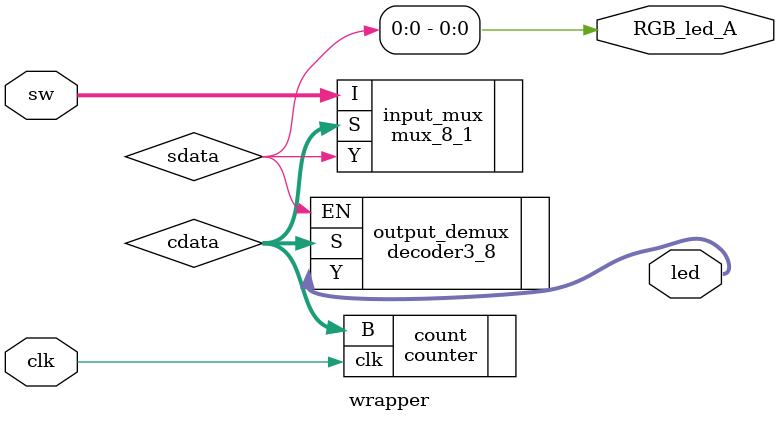
<source format=v>
`timescale 1ns / 1ps

module wrapper(
    input [7:0] sw,         //switches as data inputs
    input clk,                  //clk signal
    output [7:0] led,           //led outputs
    output [1:0] RGB_led_A      //red led indicates clock cycle
    );
    
wire sdata;             //data between mux/demux
wire [2:0] cdata;       //clock signal

counter count (
    .clk(clk),
    .B(cdata)
    );

mux_8_1 input_mux (
    .I(sw),
    .S(cdata),
    .Y(sdata)
    );
    
 decoder3_8 output_demux (
    .EN(sdata),
    .S(cdata),
    .Y(led)
    );
    
assign RGB_led_A[0] = sdata;

endmodule

</source>
